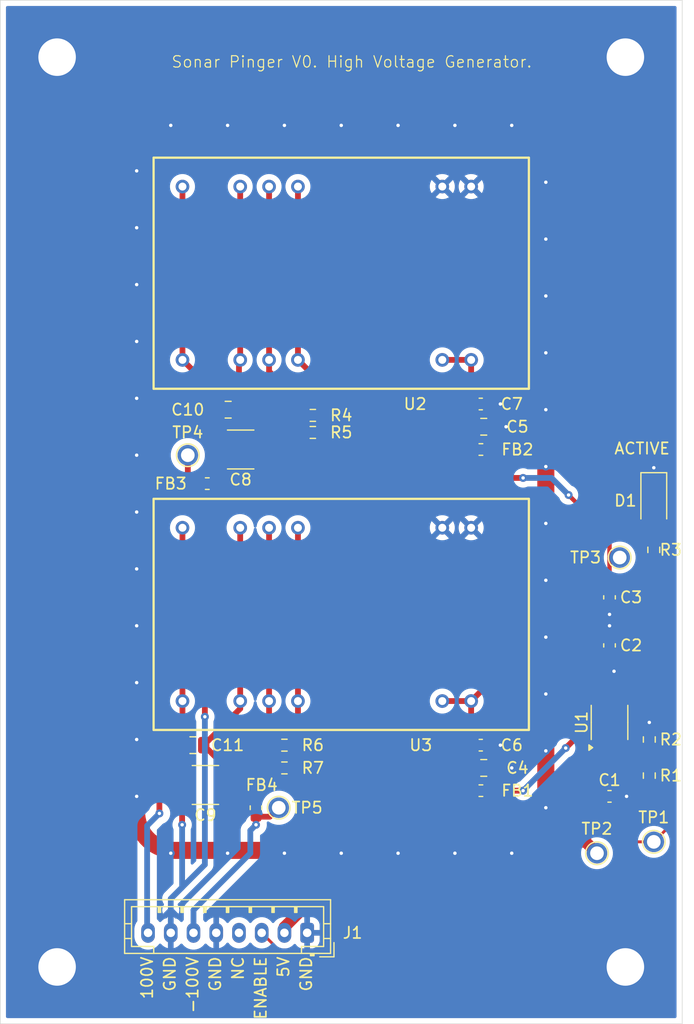
<source format=kicad_pcb>
(kicad_pcb (version 20241229) (generator "pcbnew") (generator_version "9.0")
  (layers (0 "F.Cu" signal) (2 "B.Cu" signal) (13 "F.Paste" user) (15 "B.Paste" user) (5 "F.SilkS" user "F.Silkscreen") (7 "B.SilkS" user "B.Silkscreen") (1 "F.Mask" user) (3 "B.Mask" user) (25 "Edge.Cuts" user))
  (net 0 "")
  (net 1 "GND1")
  (net 2 "+VIN")
  (net 3 "GND")
  (net 4 "+5V")
  (net 5 "VDC")
  (net 6 "/100V")
  (net 7 "/-100V")
  (net 9 "/ENABLE")
  (net 10 "Net-(R4-Pad1)")
  (net 11 "Net-(R4-Pad2)")
  (net 12 "Net-(U1-CT)")
  (net 13 "/+VO")
  (net 14 "/-VO")
  (net 15 "Net-(D1-A)")
  (net 16 "Net-(R6-Pad1)")
  (net 17 "Net-(R6-Pad2)")
  (footprint "Resistor_SMD:R_0603_1608Metric" (layer "F.Cu") (at 110 110.5)
    (property "Reference" "R6" (at 2.5 0 0) (layer "F.SilkS"))
    (property "Value" "1.5k")
    (fp_line (start -0.237258 -0.5225) (end 0.237258 -0.5225) (stroke (width 0.12)) (layer "F.SilkS"))
    (fp_line (start -0.237258 0.5225) (end 0.237258 0.5225) (stroke (width 0.12)) (layer "F.SilkS"))
    (pad "1" smd roundrect (at -0.825 0) (size 0.8 0.95) (layers "F.Cu" "F.Mask" "F.Paste") (net 16 "Net-(R6-Pad1)"))
    (pad "2" smd roundrect (at 0.825 0) (size 0.8 0.95) (layers "F.Cu" "F.Mask" "F.Paste") (net 17 "Net-(R6-Pad2)"))
  )
  (footprint "Resistor_SMD:R_0603_1608Metric" (layer "F.Cu") (at 142.104 113.175 -90)
    (property "Reference" "R1" (at 0 -1.896 180) (layer "F.SilkS"))
    (property "Value" "10K")
    (fp_line (start -0.237258 0.5225) (end 0.237258 0.5225) (stroke (width 0.12)) (layer "F.SilkS"))
    (fp_line (start -0.237258 -0.5225) (end 0.237258 -0.5225) (stroke (width 0.12)) (layer "F.SilkS"))
    (pad "1" smd roundrect (at -0.825 0 270) (size 0.8 0.95) (layers "F.Cu" "F.Mask" "F.Paste") (net 9 "/ENABLE"))
    (pad "2" smd roundrect (at 0.825 0 270) (size 0.8 0.95) (layers "F.Cu" "F.Mask" "F.Paste") (net 4 "+5V"))
  )
  (footprint "Inductor_SMD:L_0603_1608Metric" (layer "F.Cu") (at 103.2125 87.5 180)
    (property "Reference" "FB3" (at 3.2125 0 180) (layer "F.SilkS"))
    (property "Value" "FerriteBead")
    (fp_line (start -0.162779 0.51) (end 0.162779 0.51) (stroke (width 0.12)) (layer "F.SilkS"))
    (fp_line (start -0.162779 -0.51) (end 0.162779 -0.51) (stroke (width 0.12)) (layer "F.SilkS"))
    (pad "1" smd roundrect (at -0.7875 0 180) (size 0.875 0.95) (layers "F.Cu" "F.Mask" "F.Paste") (net 13 "/+VO"))
    (pad "2" smd roundrect (at 0.7875 0 180) (size 0.875 0.95) (layers "F.Cu" "F.Mask" "F.Paste") (net 6 "/100V"))
  )
  (footprint "Capacitor_SMD:C_0805_2012Metric_Pad1.18x1.45mm_HandSolder" (layer "F.Cu") (at 127.5375 112.5)
    (property "Reference" "C4" (at 2.9625 0 0) (layer "F.SilkS"))
    (property "Value" "10u")
    (fp_line (start -0.261252 -0.735) (end 0.261252 -0.735) (stroke (width 0.12)) (layer "F.SilkS"))
    (fp_line (start -0.261252 0.735) (end 0.261252 0.735) (stroke (width 0.12)) (layer "F.SilkS"))
    (pad "1" smd roundrect (at -1.0375 0) (size 1.175 1.45) (layers "F.Cu" "F.Mask" "F.Paste") (roundrect_rratio 0.212766) (net 2 "+VIN"))
    (pad "2" smd roundrect (at 1.0375 0) (size 1.175 1.45) (layers "F.Cu" "F.Mask" "F.Paste") (roundrect_rratio 0.212766) (net 3 "GND"))
  )
  (footprint "pd_footprints:TestPoint_THTPad_D1.8mm_Drill1.2mm" (layer "F.Cu") (at 137.5 120)
    (property "Reference" "TP2" (at 0 -2.148 0) (layer "F.SilkS"))
    (property "Value" "TestPoint")
    (fp_circle (center 0 0) (end 1 0) (stroke (width 0.12)) (fill no) (layer "F.SilkS"))
    (pad "1" thru_hole circle (at 0 0) (size 1.8 1.8) (drill 1.2) (layers "*.Cu" "*.Mask") (net 4 "+5V"))
  )
  (footprint "pd_footprints:Converter_DCDC_RECOM_RXX-B" (layer "F.Cu") (at 115 99 180)
    (property "Reference" "U3" (at -7 -11.5 0) (layer "F.SilkS"))
    (property "Value" "R05-100B" (hide yes))
    (fp_line (start 16.51 10.16) (end 16.51 -10.16) (stroke (width 0.2)) (layer "F.SilkS"))
    (fp_line (start 16.51 -10.16) (end -16.51 -10.16) (stroke (width 0.2)) (layer "F.SilkS"))
    (fp_line (start -16.51 10.16) (end 16.51 10.16) (stroke (width 0.2)) (layer "F.SilkS"))
    (fp_line (start -16.51 -10.16) (end -16.51 10.16) (stroke (width 0.2)) (layer "F.SilkS"))
    (pad "2" thru_hole circle (at -11.43 7.62 180) (size 1.2 1.2) (drill 0.7) (layers "*.Cu" "*.Mask") (net 3 "GND"))
    (pad "3" thru_hole circle (at -8.89 7.62 180) (size 1.2 1.2) (drill 0.7) (layers "*.Cu" "*.Mask") (net 3 "GND"))
    (pad "8" thru_hole circle (at 3.81 7.62 180) (size 1.2 1.2) (drill 0.7) (layers "*.Cu" "*.Mask") (net 17 "Net-(R6-Pad2)"))
    (pad "9" thru_hole circle (at 6.35 7.62 180) (size 1.2 1.2) (drill 0.7) (layers "*.Cu" "*.Mask") (net 16 "Net-(R6-Pad1)"))
    (pad "10" thru_hole circle (at 8.89 7.62 180) (size 1.2 1.2) (drill 0.7) (layers "*.Cu" "*.Mask") (net 14 "/-VO"))
    (pad "12" thru_hole circle (at 13.97 7.62 180) (size 1.2 1.2) (drill 0.7) (layers "*.Cu" "*.Mask") (net 1 "GND1"))
    (pad "13" thru_hole circle (at 13.97 -7.62 180) (size 1.2 1.2) (drill 0.7) (layers "*.Cu" "*.Mask") (net 1 "GND1"))
    (pad "15" thru_hole circle (at 8.89 -7.62 180) (size 1.2 1.2) (drill 0.7) (layers "*.Cu" "*.Mask") (net 14 "/-VO"))
    (pad "16" thru_hole circle (at 6.35 -7.62 180) (size 1.2 1.2) (drill 0.7) (layers "*.Cu" "*.Mask") (net 16 "Net-(R6-Pad1)"))
    (pad "17" thru_hole circle (at 3.81 -7.62 180) (size 1.2 1.2) (drill 0.7) (layers "*.Cu" "*.Mask") (net 17 "Net-(R6-Pad2)"))
    (pad "22" thru_hole circle (at -8.89 -7.62 180) (size 1.2 1.2) (drill 0.7) (layers "*.Cu" "*.Mask") (net 2 "+VIN"))
    (pad "23" thru_hole circle (at -11.43 -7.62 180) (size 1.2 1.2) (drill 0.7) (layers "*.Cu" "*.Mask") (net 2 "+VIN"))
  )
  (footprint "Inductor_SMD:L_0603_1608Metric" (layer "F.Cu") (at 127.2875 114.5 180)
    (property "Reference" "FB1" (at -3.2125 0 180) (layer "F.SilkS"))
    (property "Value" "FerriteBead")
    (fp_line (start -0.162779 0.51) (end 0.162779 0.51) (stroke (width 0.12)) (layer "F.SilkS"))
    (fp_line (start -0.162779 -0.51) (end 0.162779 -0.51) (stroke (width 0.12)) (layer "F.SilkS"))
    (pad "1" smd roundrect (at -0.7875 0 180) (size 0.875 0.95) (layers "F.Cu" "F.Mask" "F.Paste") (net 5 "VDC"))
    (pad "2" smd roundrect (at 0.7875 0 180) (size 0.875 0.95) (layers "F.Cu" "F.Mask" "F.Paste") (net 2 "+VIN"))
  )
  (footprint "LED_SMD:LED_1206_3216Metric_Pad1.42x1.75mm_HandSolder" (layer "F.Cu") (at 142.5 89 -90)
    (property "Reference" "D1" (at 0 2.5 180) (layer "F.SilkS"))
    (property "Value" "LED")
    (fp_line (start -2.46 1.135) (end 1.6 1.135) (stroke (width 0.12)) (layer "F.SilkS"))
    (fp_line (start -2.46 -1.135) (end -2.46 1.135) (stroke (width 0.12)) (layer "F.SilkS"))
    (fp_line (start 1.6 -1.135) (end -2.46 -1.135) (stroke (width 0.12)) (layer "F.SilkS"))
    (pad "1" smd roundrect (at -1.4875 0 270) (size 1.425 1.75) (layers "F.Cu" "F.Mask" "F.Paste") (roundrect_rratio 0.175439) (net 3 "GND"))
    (pad "2" smd roundrect (at 1.4875 0 270) (size 1.425 1.75) (layers "F.Cu" "F.Mask" "F.Paste") (roundrect_rratio 0.175439) (net 15 "Net-(D1-A)"))
  )
  (footprint "Capacitor_SMD:C_0603_1608Metric" (layer "F.Cu") (at 138.604 97.5 -90)
    (property "Reference" "C3" (at 0 -1.896 180) (layer "F.SilkS"))
    (property "Value" "0.1u")
    (fp_line (start -0.14058 0.51) (end 0.14058 0.51) (stroke (width 0.12)) (layer "F.SilkS"))
    (fp_line (start -0.14058 -0.51) (end 0.14058 -0.51) (stroke (width 0.12)) (layer "F.SilkS"))
    (pad "1" smd roundrect (at -0.775 0 270) (size 0.9 0.95) (layers "F.Cu" "F.Mask" "F.Paste") (net 5 "VDC"))
    (pad "2" smd roundrect (at 0.775 0 270) (size 0.9 0.95) (layers "F.Cu" "F.Mask" "F.Paste") (net 3 "GND"))
  )
  (footprint "pd_footprints:Converter_DCDC_RECOM_RXX-B" (layer "F.Cu") (at 115 69 180)
    (property "Reference" "U2" (at -6.5 -11.5 0) (layer "F.SilkS"))
    (property "Value" "R05-100B" (hide yes))
    (fp_line (start 16.51 10.16) (end 16.51 -10.16) (stroke (width 0.2)) (layer "F.SilkS"))
    (fp_line (start 16.51 -10.16) (end -16.51 -10.16) (stroke (width 0.2)) (layer "F.SilkS"))
    (fp_line (start -16.51 10.16) (end 16.51 10.16) (stroke (width 0.2)) (layer "F.SilkS"))
    (fp_line (start -16.51 -10.16) (end -16.51 10.16) (stroke (width 0.2)) (layer "F.SilkS"))
    (pad "2" thru_hole circle (at -11.43 7.62 180) (size 1.2 1.2) (drill 0.7) (layers "*.Cu" "*.Mask") (net 3 "GND"))
    (pad "3" thru_hole circle (at -8.89 7.62 180) (size 1.2 1.2) (drill 0.7) (layers "*.Cu" "*.Mask") (net 3 "GND"))
    (pad "8" thru_hole circle (at 3.81 7.62 180) (size 1.2 1.2) (drill 0.7) (layers "*.Cu" "*.Mask") (net 11 "Net-(R4-Pad2)"))
    (pad "9" thru_hole circle (at 6.35 7.62 180) (size 1.2 1.2) (drill 0.7) (layers "*.Cu" "*.Mask") (net 10 "Net-(R4-Pad1)"))
    (pad "10" thru_hole circle (at 8.89 7.62 180) (size 1.2 1.2) (drill 0.7) (layers "*.Cu" "*.Mask") (net 1 "GND1"))
    (pad "12" thru_hole circle (at 13.97 7.62 180) (size 1.2 1.2) (drill 0.7) (layers "*.Cu" "*.Mask") (net 13 "/+VO"))
    (pad "13" thru_hole circle (at 13.97 -7.62 180) (size 1.2 1.2) (drill 0.7) (layers "*.Cu" "*.Mask") (net 13 "/+VO"))
    (pad "15" thru_hole circle (at 8.89 -7.62 180) (size 1.2 1.2) (drill 0.7) (layers "*.Cu" "*.Mask") (net 1 "GND1"))
    (pad "16" thru_hole circle (at 6.35 -7.62 180) (size 1.2 1.2) (drill 0.7) (layers "*.Cu" "*.Mask") (net 10 "Net-(R4-Pad1)"))
    (pad "17" thru_hole circle (at 3.81 -7.62 180) (size 1.2 1.2) (drill 0.7) (layers "*.Cu" "*.Mask") (net 11 "Net-(R4-Pad2)"))
    (pad "22" thru_hole circle (at -8.89 -7.62 180) (size 1.2 1.2) (drill 0.7) (layers "*.Cu" "*.Mask") (net 2 "+VIN"))
    (pad "23" thru_hole circle (at -11.43 -7.62 180) (size 1.2 1.2) (drill 0.7) (layers "*.Cu" "*.Mask") (net 2 "+VIN"))
  )
  (footprint "Capacitor_SMD:C_0603_1608Metric" (layer "F.Cu") (at 138.604 101.725 90)
    (property "Reference" "C2" (at 0 1.896 0) (layer "F.SilkS"))
    (property "Value" "1n")
    (fp_line (start -0.14058 -0.51) (end 0.14058 -0.51) (stroke (width 0.12)) (layer "F.SilkS"))
    (fp_line (start -0.14058 0.51) (end 0.14058 0.51) (stroke (width 0.12)) (layer "F.SilkS"))
    (pad "1" smd roundrect (at -0.775 0 90) (size 0.9 0.95) (layers "F.Cu" "F.Mask" "F.Paste") (net 12 "Net-(U1-CT)"))
    (pad "2" smd roundrect (at 0.775 0 90) (size 0.9 0.95) (layers "F.Cu" "F.Mask" "F.Paste") (net 3 "GND"))
  )
  (footprint "pd_footprints:TestPoint_THTPad_D1.8mm_Drill1.2mm" (layer "F.Cu") (at 101.5 85)
    (property "Reference" "TP4" (at 0 -2 0) (layer "F.SilkS"))
    (property "Value" "TestPoint")
    (fp_circle (center 0 0) (end 1 0) (stroke (width 0.12)) (fill no) (layer "F.SilkS"))
    (pad "1" thru_hole circle (at 0 0) (size 1.8 1.8) (drill 1.2) (layers "*.Cu" "*.Mask") (net 6 "/100V"))
  )
  (footprint "Resistor_SMD:R_0603_1608Metric" (layer "F.Cu") (at 110 112.5 180)
    (property "Reference" "R7" (at -2.5 0 180) (layer "F.SilkS"))
    (property "Value" "3.6k")
    (fp_line (start -0.237258 0.5225) (end 0.237258 0.5225) (stroke (width 0.12)) (layer "F.SilkS"))
    (fp_line (start -0.237258 -0.5225) (end 0.237258 -0.5225) (stroke (width 0.12)) (layer "F.SilkS"))
    (pad "1" smd roundrect (at -0.825 0 180) (size 0.8 0.95) (layers "F.Cu" "F.Mask" "F.Paste") (net 17 "Net-(R6-Pad2)"))
    (pad "2" smd roundrect (at 0.825 0 180) (size 0.8 0.95) (layers "F.Cu" "F.Mask" "F.Paste") (net 14 "/-VO"))
  )
  (footprint "Inductor_SMD:L_0603_1608Metric" (layer "F.Cu") (at 107.5 116 -90)
    (property "Reference" "FB4" (at -2 -0.5 180) (layer "F.SilkS"))
    (property "Value" "FerriteBead")
    (fp_line (start -0.162779 0.51) (end 0.162779 0.51) (stroke (width 0.12)) (layer "F.SilkS"))
    (fp_line (start -0.162779 -0.51) (end 0.162779 -0.51) (stroke (width 0.12)) (layer "F.SilkS"))
    (pad "1" smd roundrect (at -0.7875 0 270) (size 0.875 0.95) (layers "F.Cu" "F.Mask" "F.Paste") (net 14 "/-VO"))
    (pad "2" smd roundrect (at 0.7875 0 270) (size 0.875 0.95) (layers "F.Cu" "F.Mask" "F.Paste") (net 7 "/-100V"))
  )
  (footprint "pd_footprints:TestPoint_THTPad_D1.8mm_Drill1.2mm" (layer "F.Cu") (at 109.5 116)
    (property "Reference" "TP5" (at 2.5 0 0) (layer "F.SilkS"))
    (property "Value" "TestPoint")
    (fp_circle (center 0 0) (end 1 0) (stroke (width 0.12)) (fill no) (layer "F.SilkS"))
    (pad "1" thru_hole circle (at 0 0) (size 1.8 1.8) (drill 1.2) (layers "*.Cu" "*.Mask") (net 7 "/-100V"))
  )
  (footprint "Capacitor_SMD:C_0805_2012Metric_Pad1.18x1.45mm_HandSolder" (layer "F.Cu") (at 127.5375 82.5)
    (property "Reference" "C5" (at 2.9625 0 0) (layer "F.SilkS"))
    (property "Value" "10u")
    (fp_line (start -0.261252 -0.735) (end 0.261252 -0.735) (stroke (width 0.12)) (layer "F.SilkS"))
    (fp_line (start -0.261252 0.735) (end 0.261252 0.735) (stroke (width 0.12)) (layer "F.SilkS"))
    (pad "1" smd roundrect (at -1.0375 0) (size 1.175 1.45) (layers "F.Cu" "F.Mask" "F.Paste") (roundrect_rratio 0.212766) (net 2 "+VIN"))
    (pad "2" smd roundrect (at 1.0375 0) (size 1.175 1.45) (layers "F.Cu" "F.Mask" "F.Paste") (roundrect_rratio 0.212766) (net 3 "GND"))
  )
  (footprint "pd_footprints:Shield_MS638-10F" (layer "F.Cu") (at 97 119.75 90)
    (property "Reference" "J2" (hide yes))
    (property "Value" "RFShield_TwoPieces" (hide yes))
    (pad "1" smd custom (at 0 7 90) (size 1.5 2) (layers "F.Cu" "F.Mask") (net 3 "GND") (options (clearance outline) (anchor rect)) (primitives (gr_line (start 0 -3.65) (end 0 25.65) (width 1.5)) (gr_arc (start 0 -3.65) (mid 0.981193 -6.018807) (end 3.35 -7) (width 1.5)) (gr_line (start 3.35 -7) (end 60.15 -7) (width 1.5)) (gr_arc (start 3.35 29) (mid 0.981192 28.018808) (end 0 25.65) (width 1.5)) (gr_line (start 60.15 29) (end 3.35 29) (width 1.5)) (gr_arc (start 60.15 -7) (mid 62.518808 -6.018808) (end 63.5 -3.65) (width 1.5)) (gr_line (start 63.5 25.65) (end 63.5 -3.65) (width 1.5)) (gr_arc (start 63.5 25.65) (mid 62.518808 28.018808) (end 60.15 29) (width 1.5))))
  )
  (footprint "Capacitor_SMD:C_1812_4532Metric" (layer "F.Cu") (at 106.15 84.5 180)
    (property "Reference" "C8" (at 0 -2.65 180) (layer "F.SilkS"))
    (property "Value" "1u")
    (fp_line (start -1.161252 1.71) (end 1.161252 1.71) (stroke (width 0.12)) (layer "F.SilkS"))
    (fp_line (start -1.161252 -1.71) (end 1.161252 -1.71) (stroke (width 0.12)) (layer "F.SilkS"))
    (pad "1" smd roundrect (at -2.05 0 180) (size 1.4 3.4) (layers "F.Cu" "F.Mask" "F.Paste") (roundrect_rratio 0.178571) (net 1 "GND1"))
    (pad "2" smd roundrect (at 2.05 0 180) (size 1.4 3.4) (layers "F.Cu" "F.Mask" "F.Paste") (roundrect_rratio 0.178571) (net 13 "/+VO"))
  )
  (footprint "Capacitor_SMD:C_0603_1608Metric" (layer "F.Cu") (at 138.604 115)
    (property "Reference" "C1" (at 0 -1.43 0) (layer "F.SilkS"))
    (property "Value" "0.1u")
    (fp_line (start -0.14058 -0.51) (end 0.14058 -0.51) (stroke (width 0.12)) (layer "F.SilkS"))
    (fp_line (start -0.14058 0.51) (end 0.14058 0.51) (stroke (width 0.12)) (layer "F.SilkS"))
    (pad "1" smd roundrect (at -0.775 0) (size 0.9 0.95) (layers "F.Cu" "F.Mask" "F.Paste") (net 4 "+5V"))
    (pad "2" smd roundrect (at 0.775 0) (size 0.9 0.95) (layers "F.Cu" "F.Mask" "F.Paste") (net 3 "GND"))
  )
  (footprint "Capacitor_SMD:C_0805_2012Metric" (layer "F.Cu") (at 105.05 81 180)
    (property "Reference" "C10" (at 3.55 0 180) (layer "F.SilkS"))
    (property "Value" "10n")
    (fp_line (start -0.261252 0.735) (end 0.261252 0.735) (stroke (width 0.12)) (layer "F.SilkS"))
    (fp_line (start -0.261252 -0.735) (end 0.261252 -0.735) (stroke (width 0.12)) (layer "F.SilkS"))
    (pad "1" smd roundrect (at -0.95 0 180) (size 1 1.45) (layers "F.Cu" "F.Mask" "F.Paste") (net 1 "GND1"))
    (pad "2" smd roundrect (at 0.95 0 180) (size 1 1.45) (layers "F.Cu" "F.Mask" "F.Paste") (net 13 "/+VO"))
  )
  (footprint "pd_footprints:TestPoint_THTPad_D1.8mm_Drill1.2mm" (layer "F.Cu") (at 139.5 94)
    (property "Reference" "TP3" (at -3 0 0) (layer "F.SilkS"))
    (property "Value" "TestPoint")
    (fp_circle (center 0 0) (end 1 0) (stroke (width 0.12)) (fill no) (layer "F.SilkS"))
    (pad "1" thru_hole circle (at 0 0) (size 1.8 1.8) (drill 1.2) (layers "*.Cu" "*.Mask") (net 5 "VDC"))
  )
  (footprint "Capacitor_SMD:C_1812_4532Metric" (layer "F.Cu") (at 103.05 114 180)
    (property "Reference" "C9" (at 0 -2.65 180) (layer "F.SilkS"))
    (property "Value" "1u")
    (fp_line (start -1.161252 1.71) (end 1.161252 1.71) (stroke (width 0.12)) (layer "F.SilkS"))
    (fp_line (start -1.161252 -1.71) (end 1.161252 -1.71) (stroke (width 0.12)) (layer "F.SilkS"))
    (pad "1" smd roundrect (at -2.05 0 180) (size 1.4 3.4) (layers "F.Cu" "F.Mask" "F.Paste") (roundrect_rratio 0.178571) (net 14 "/-VO"))
    (pad "2" smd roundrect (at 2.05 0 180) (size 1.4 3.4) (layers "F.Cu" "F.Mask" "F.Paste") (roundrect_rratio 0.178571) (net 1 "GND1"))
  )
  (footprint "Capacitor_SMD:C_0805_2012Metric" (layer "F.Cu") (at 101.95 110.5 180)
    (property "Reference" "C11" (at -3.05 0 180) (layer "F.SilkS"))
    (property "Value" "10n")
    (fp_line (start -0.261252 0.735) (end 0.261252 0.735) (stroke (width 0.12)) (layer "F.SilkS"))
    (fp_line (start -0.261252 -0.735) (end 0.261252 -0.735) (stroke (width 0.12)) (layer "F.SilkS"))
    (pad "1" smd roundrect (at -0.95 0 180) (size 1 1.45) (layers "F.Cu" "F.Mask" "F.Paste") (net 14 "/-VO"))
    (pad "2" smd roundrect (at 0.95 0 180) (size 1 1.45) (layers "F.Cu" "F.Mask" "F.Paste") (net 1 "GND1"))
  )
  (footprint "Resistor_SMD:R_0603_1608Metric" (layer "F.Cu") (at 112.5 83 180)
    (property "Reference" "R5" (at -2.5 0 180) (layer "F.SilkS"))
    (property "Value" "3.6k")
    (fp_line (start -0.237258 0.5225) (end 0.237258 0.5225) (stroke (width 0.12)) (layer "F.SilkS"))
    (fp_line (start -0.237258 -0.5225) (end 0.237258 -0.5225) (stroke (width 0.12)) (layer "F.SilkS"))
    (pad "1" smd roundrect (at -0.825 0 180) (size 0.8 0.95) (layers "F.Cu" "F.Mask" "F.Paste") (net 11 "Net-(R4-Pad2)"))
    (pad "2" smd roundrect (at 0.825 0 180) (size 0.8 0.95) (layers "F.Cu" "F.Mask" "F.Paste") (net 1 "GND1"))
  )
  (footprint "Resistor_SMD:R_0603_1608Metric" (layer "F.Cu") (at 112.5 81.5)
    (property "Reference" "R4" (at 2.5 0 0) (layer "F.SilkS"))
    (property "Value" "1.5k")
    (fp_line (start -0.237258 -0.5225) (end 0.237258 -0.5225) (stroke (width 0.12)) (layer "F.SilkS"))
    (fp_line (start -0.237258 0.5225) (end 0.237258 0.5225) (stroke (width 0.12)) (layer "F.SilkS"))
    (pad "1" smd roundrect (at -0.825 0) (size 0.8 0.95) (layers "F.Cu" "F.Mask" "F.Paste") (net 10 "Net-(R4-Pad1)"))
    (pad "2" smd roundrect (at 0.825 0) (size 0.8 0.95) (layers "F.Cu" "F.Mask" "F.Paste") (net 11 "Net-(R4-Pad2)"))
  )
  (footprint "Package_SO:VSSOP-8_3x3mm_P0.65mm" (layer "F.Cu") (at 138.604 108.5 90)
    (property "Reference" "U1" (at 0 -2.45 90) (layer "F.SilkS"))
    (property "Value" "TPS22958")
    (fp_line (start 0 -1.61) (end 1.5 -1.61) (stroke (width 0.12)) (layer "F.SilkS"))
    (fp_line (start 0 -1.61) (end -1.5 -1.61) (stroke (width 0.12)) (layer "F.SilkS"))
    (fp_line (start 0 1.61) (end 1.5 1.61) (stroke (width 0.12)) (layer "F.SilkS"))
    (fp_line (start 0 1.61) (end -1.5 1.61) (stroke (width 0.12)) (layer "F.SilkS"))
    (fp_poly (pts (xy -2.2125 -1.485) (xy -2.4525 -1.815) (xy -1.9725 -1.815)) (stroke (width 0.12)) (fill yes) (layer "F.SilkS"))
    (pad "1" smd roundrect (at -2.1125 -0.975 90) (size 1.625 0.5) (layers "F.Cu" "F.Mask" "F.Paste") (net 4 "+5V"))
    (pad "2" smd roundrect (at -2.1125 -0.325 90) (size 1.625 0.5) (layers "F.Cu" "F.Mask" "F.Paste") (net 9 "/ENABLE"))
    (pad "3" smd roundrect (at -2.1125 0.325 90) (size 1.625 0.5) (layers "F.Cu" "F.Mask" "F.Paste") (net 4 "+5V"))
    (pad "4" smd roundrect (at -2.1125 0.975 90) (size 1.625 0.5) (layers "F.Cu" "F.Mask" "F.Paste") (net 4 "+5V"))
    (pad "5" smd roundrect (at 2.1125 0.975 90) (size 1.625 0.5) (layers "F.Cu" "F.Mask" "F.Paste") (net 5 "VDC"))
    (pad "6" smd roundrect (at 2.1125 0.325 90) (size 1.625 0.5) (layers "F.Cu" "F.Mask" "F.Paste") (net 3 "GND"))
    (pad "7" smd roundrect (at 2.1125 -0.325 90) (size 1.625 0.5) (layers "F.Cu" "F.Mask" "F.Paste") (net 12 "Net-(U1-CT)"))
    (pad "8" smd roundrect (at 2.1125 -0.975 90) (size 1.625 0.5) (layers "F.Cu" "F.Mask" "F.Paste") (net 5 "VDC"))
  )
  (footprint "Resistor_SMD:R_0603_1608Metric" (layer "F.Cu") (at 142.104 110 -90)
    (property "Reference" "R2" (at 0 -1.896 180) (layer "F.SilkS"))
    (property "Value" "10K")
    (fp_line (start -0.237258 0.5225) (end 0.237258 0.5225) (stroke (width 0.12)) (layer "F.SilkS"))
    (fp_line (start -0.237258 -0.5225) (end 0.237258 -0.5225) (stroke (width 0.12)) (layer "F.SilkS"))
    (pad "1" smd roundrect (at -0.825 0 270) (size 0.8 0.95) (layers "F.Cu" "F.Mask" "F.Paste") (net 3 "GND"))
    (pad "2" smd roundrect (at 0.825 0 270) (size 0.8 0.95) (layers "F.Cu" "F.Mask" "F.Paste") (net 9 "/ENABLE"))
  )
  (footprint "Capacitor_SMD:C_0603_1608Metric" (layer "F.Cu") (at 127.275 80.5)
    (property "Reference" "C7" (at 2.725 0 0) (layer "F.SilkS"))
    (property "Value" "0.1u")
    (fp_line (start -0.14058 -0.51) (end 0.14058 -0.51) (stroke (width 0.12)) (layer "F.SilkS"))
    (fp_line (start -0.14058 0.51) (end 0.14058 0.51) (stroke (width 0.12)) (layer "F.SilkS"))
    (pad "1" smd roundrect (at -0.775 0) (size 0.9 0.95) (layers "F.Cu" "F.Mask" "F.Paste") (net 2 "+VIN"))
    (pad "2" smd roundrect (at 0.775 0) (size 0.9 0.95) (layers "F.Cu" "F.Mask" "F.Paste") (net 3 "GND"))
  )
  (footprint "Connector_JST:JST_PH_B8B-PH-K_1x08_P2.00mm_Vertical" (layer "F.Cu") (at 112 127 180)
    (property "Reference" "J1" (at -4 0 0) (layer "F.SilkS"))
    (property "Value" "Conn_01x08")
    (fp_line (start 16.06 2.91) (end 16.06 -1.81) (stroke (width 0.12)) (layer "F.SilkS"))
    (fp_line (start 16.06 0.8) (end 15.45 0.8) (stroke (width 0.12)) (layer "F.SilkS"))
    (fp_line (start 16.06 -0.5) (end 15.45 -0.5) (stroke (width 0.12)) (layer "F.SilkS"))
    (fp_line (start 16.06 -1.81) (end -2.06 -1.81) (stroke (width 0.12)) (layer "F.SilkS"))
    (fp_line (start 15.45 2.3) (end 15.45 -1.2) (stroke (width 0.12)) (layer "F.SilkS"))
    (fp_line (start 15.45 -1.2) (end 13.5 -1.2) (stroke (width 0.12)) (layer "F.SilkS"))
    (fp_line (start 13.5 -1.2) (end 13.5 -1.81) (stroke (width 0.12)) (layer "F.SilkS"))
    (fp_line (start 13.1 1.8) (end 13.1 2.3) (stroke (width 0.12)) (layer "F.SilkS"))
    (fp_line (start 13 2.3) (end 13 1.8) (stroke (width 0.12)) (layer "F.SilkS"))
    (fp_line (start 12.9 2.3) (end 12.9 1.8) (stroke (width 0.12)) (layer "F.SilkS"))
    (fp_line (start 12.9 1.8) (end 13.1 1.8) (stroke (width 0.12)) (layer "F.SilkS"))
    (fp_line (start 11.1 1.8) (end 11.1 2.3) (stroke (width 0.12)) (layer "F.SilkS"))
    (fp_line (start 11 2.3) (end 11 1.8) (stroke (width 0.12)) (layer "F.SilkS"))
    (fp_line (start 10.9 2.3) (end 10.9 1.8) (stroke (width 0.12)) (layer "F.SilkS"))
    (fp_line (start 10.9 1.8) (end 11.1 1.8) (stroke (width 0.12)) (layer "F.SilkS"))
    (fp_line (start 9.1 1.8) (end 9.1 2.3) (stroke (width 0.12)) (layer "F.SilkS"))
    (fp_line (start 9 2.3) (end 9 1.8) (stroke (width 0.12)) (layer "F.SilkS"))
    (fp_line (start 8.9 2.3) (end 8.9 1.8) (stroke (width 0.12)) (layer "F.SilkS"))
    (fp_line (start 8.9 1.8) (end 9.1 1.8) (stroke (width 0.12)) (layer "F.SilkS"))
    (fp_line (start 7.1 1.8) (end 7.1 2.3) (stroke (width 0.12)) (layer "F.SilkS"))
    (fp_line (start 7 2.3) (end 7 1.8) (stroke (width 0.12)) (layer "F.SilkS"))
    (fp_line (start 6.9 2.3) (end 6.9 1.8) (stroke (width 0.12)) (layer "F.SilkS"))
    (fp_line (start 6.9 1.8) (end 7.1 1.8) (stroke (width 0.12)) (layer "F.SilkS"))
    (fp_line (start 5.1 1.8) (end 5.1 2.3) (stroke (width 0.12)) (layer "F.SilkS"))
    (fp_line (start 5 2.3) (end 5 1.8) (stroke (width 0.12)) (layer "F.SilkS"))
    (fp_line (start 4.9 2.3) (end 4.9 1.8) (stroke (width 0.12)) (layer "F.SilkS"))
    (fp_line (start 4.9 1.8) (end 5.1 1.8) (stroke (width 0.12)) (layer "F.SilkS"))
    (fp_line (start 3.1 1.8) (end 3.1 2.3) (stroke (width 0.12)) (layer "F.SilkS"))
    (fp_line (start 3 2.3) (end 3 1.8) (stroke (width 0.12)) (layer "F.SilkS"))
    (fp_line (start 2.9 2.3) (end 2.9 1.8) (stroke (width 0.12)) (layer "F.SilkS"))
    (fp_line (start 2.9 1.8) (end 3.1 1.8) (stroke (width 0.12)) (layer "F.SilkS"))
    (fp_line (start 1.1 1.8) (end 1.1 2.3) (stroke (width 0.12)) (layer "F.SilkS"))
    (fp_line (start 1 2.3) (end 1 1.8) (stroke (width 0.12)) (layer "F.SilkS"))
    (fp_line (start 0.9 2.3) (end 0.9 1.8) (stroke (width 0.12)) (layer "F.SilkS"))
    (fp_line (start 0.9 1.8) (end 1.1 1.8) (stroke (width 0.12)) (layer "F.SilkS"))
    (fp_line (start 0.5 -1.2) (end -1.45 -1.2) (stroke (width 0.12)) (layer "F.SilkS"))
    (fp_line (start 0.5 -1.81) (end 0.5 -1.2) (stroke (width 0.12)) (layer "F.SilkS"))
    (fp_line (start -0.3 -1.81) (end -0.3 -2.01) (stroke (width 0.12)) (layer "F.SilkS"))
    (fp_line (start -0.3 -1.91) (end -0.6 -1.91) (stroke (width 0.12)) (layer "F.SilkS"))
    (fp_line (start -0.3 -2.01) (end -0.6 -2.01) (stroke (width 0.12)) (layer "F.SilkS"))
    (fp_line (start -0.6 -2.01) (end -0.6 -1.81) (stroke (width 0.12)) (layer "F.SilkS"))
    (fp_line (start -1.11 -2.11) (end -2.36 -2.11) (stroke (width 0.12)) (layer "F.SilkS"))
    (fp_line (start -1.45 2.3) (end 15.45 2.3) (stroke (width 0.12)) (layer "F.SilkS"))
    (fp_line (start -1.45 -1.2) (end -1.45 2.3) (stroke (width 0.12)) (layer "F.SilkS"))
    (fp_line (start -2.06 2.91) (end 16.06 2.91) (stroke (width 0.12)) (layer "F.SilkS"))
    (fp_line (start -2.06 0.8) (end -1.45 0.8) (stroke (width 0.12)) (layer "F.SilkS"))
    (fp_line (start -2.06 -0.5) (end -1.45 -0.5) (stroke (width 0.12)) (layer "F.SilkS"))
    (fp_line (start -2.06 -1.81) (end -2.06 2.91) (stroke (width 0.12)) (layer "F.SilkS"))
    (fp_line (start -2.36 -2.11) (end -2.36 -0.86) (stroke (width 0.12)) (layer "F.SilkS"))
    (pad "1" thru_hole roundrect (at 0 0 180) (size 1.2 1.75) (drill 0.75) (layers "*.Cu" "*.Mask") (roundrect_rratio 0.208333) (net 3 "GND"))
    (pad "2" thru_hole oval (at 2 0 180) (size 1.2 1.75) (drill 0.75) (layers "*.Cu" "*.Mask") (net 4 "+5V"))
    (pad "3" thru_hole oval (at 4 0 180) (size 1.2 1.75) (drill 0.75) (layers "*.Cu" "*.Mask") (net 9 "/ENABLE"))
    (pad "4" thru_hole oval (at 6 0 180) (size 1.2 1.75) (drill 0.75) (layers "*.Cu" "*.Mask"))
    (pad "5" thru_hole oval (at 8 0 180) (size 1.2 1.75) (drill 0.75) (layers "*.Cu" "*.Mask") (net 3 "GND"))
    (pad "6" thru_hole oval (at 10 0 180) (size 1.2 1.75) (drill 0.75) (layers "*.Cu" "*.Mask") (net 7 "/-100V"))
    (pad "7" thru_hole oval (at 12 0 180) (size 1.2 1.75) (drill 0.75) (layers "*.Cu" "*.Mask") (net 3 "GND"))
    (pad "8" thru_hole oval (at 14 0 180) (size 1.2 1.75) (drill 0.75) (layers "*.Cu" "*.Mask") (net 6 "/100V"))
  )
  (footprint "Inductor_SMD:L_0603_1608Metric" (layer "F.Cu") (at 127.2875 84.5 180)
    (property "Reference" "FB2" (at -3.2125 0 180) (layer "F.SilkS"))
    (property "Value" "FerriteBead")
    (fp_line (start -0.162779 0.51) (end 0.162779 0.51) (stroke (width 0.12)) (layer "F.SilkS"))
    (fp_line (start -0.162779 -0.51) (end 0.162779 -0.51) (stroke (width 0.12)) (layer "F.SilkS"))
    (pad "1" smd roundrect (at -0.7875 0 180) (size 0.875 0.95) (layers "F.Cu" "F.Mask" "F.Paste") (net 5 "VDC"))
    (pad "2" smd roundrect (at 0.7875 0 180) (size 0.875 0.95) (layers "F.Cu" "F.Mask" "F.Paste") (net 2 "+VIN"))
  )
  (footprint "Resistor_SMD:R_0603_1608Metric" (layer "F.Cu") (at 142.5 93.325 -90)
    (property "Reference" "R3" (at 0 -1.5 180) (layer "F.SilkS"))
    (property "Value" "120")
    (fp_line (start -0.237258 0.5225) (end 0.237258 0.5225) (stroke (width 0.12)) (layer "F.SilkS"))
    (fp_line (start -0.237258 -0.5225) (end 0.237258 -0.5225) (stroke (width 0.12)) (layer "F.SilkS"))
    (pad "1" smd roundrect (at -0.825 0 270) (size 0.8 0.95) (layers "F.Cu" "F.Mask" "F.Paste") (net 15 "Net-(D1-A)"))
    (pad "2" smd roundrect (at 0.825 0 270) (size 0.8 0.95) (layers "F.Cu" "F.Mask" "F.Paste") (net 5 "VDC"))
  )
  (footprint "Capacitor_SMD:C_0603_1608Metric" (layer "F.Cu") (at 127.275 110.5)
    (property "Reference" "C6" (at 2.725 0 0) (layer "F.SilkS"))
    (property "Value" "0.1u")
    (fp_line (start -0.14058 -0.51) (end 0.14058 -0.51) (stroke (width 0.12)) (layer "F.SilkS"))
    (fp_line (start -0.14058 0.51) (end 0.14058 0.51) (stroke (width 0.12)) (layer "F.SilkS"))
    (pad "1" smd roundrect (at -0.775 0) (size 0.9 0.95) (layers "F.Cu" "F.Mask" "F.Paste") (net 2 "+VIN"))
    (pad "2" smd roundrect (at 0.775 0) (size 0.9 0.95) (layers "F.Cu" "F.Mask" "F.Paste") (net 3 "GND"))
  )
  (footprint "pd_footprints:TestPoint_THTPad_D1.8mm_Drill1.2mm" (layer "F.Cu") (at 142.5 119)
    (property "Reference" "TP1" (at 0 -2.148 0) (layer "F.SilkS"))
    (property "Value" "TestPoint")
    (fp_circle (center 0 0) (end 1 0) (stroke (width 0.12)) (fill no) (layer "F.SilkS"))
    (pad "1" thru_hole circle (at 0 0) (size 1.8 1.8) (drill 1.2) (layers "*.Cu" "*.Mask") (net 9 "/ENABLE"))
  )
  (footprint "NetTie:NetTie-2_SMD_Pad0.5mm" (layer "B.Cu") (at 100 124.5 90)
    (property "Reference" "NT1" (hide yes))
    (property "Value" "NetTie_2" (hide yes))
    (fp_poly (pts (xy -0.5 0.25) (xy 0.5 0.25) (xy 0.5 -0.25) (xy -0.5 -0.25)) (fill yes) (layer "B.Cu"))
    (pad "1" smd circle (at -0.5 0 90) (size 0.5 0.5) (layers "B.Cu") (net 3 "GND"))
    (pad "2" smd circle (at 0.5 0 90) (size 0.5 0.5) (layers "B.Cu") (net 1 "GND1"))
  )
  (gr_line (start 85 45) (end 145 45) (stroke (width 0.05)) (layer "Edge.Cuts"))
  (gr_line (start 145 45) (end 145 135) (stroke (width 0.05)) (layer "Edge.Cuts"))
  (gr_line (start 85 135) (end 85 45) (stroke (width 0.05)) (layer "Edge.Cuts"))
  (gr_line (start 145 135) (end 85 135) (stroke (width 0.05)) (layer "Edge.Cuts"))
  (gr_text "Sonar Pinger V0. High Voltage Generator." (at 100 51 0) (layer "F.SilkS") (effects (font (size 1 1) (thickness 0.1)) (justify left bottom)))
  (gr_text "ENABLE" (at 108.5 129 90) (layer "F.SilkS") (effects (font (size 1 1)) (justify right bottom)))
  (gr_text "NC" (at 106.5 129 90) (layer "F.SilkS") (effects (font (size 1 1)) (justify right bottom)))
  (gr_text "GND" (at 100.5 129 90) (layer "F.SilkS") (effects (font (size 1 1)) (justify right bottom)))
  (gr_text "100V" (at 98.5 129 90) (layer "F.SilkS") (effects (font (size 1 1)) (justify right bottom)))
  (gr_text "GND" (at 112.5 129 90) (layer "F.SilkS") (effects (font (size 1 1)) (justify right bottom)))
  (gr_text "5V" (at 110.5 129 90) (layer "F.SilkS") (effects (font (size 1 1)) (justify right bottom)))
  (gr_text "GND" (at 104.5 129 90) (layer "F.SilkS") (effects (font (size 1 1)) (justify right bottom)))
  (gr_text "ACTIVE" (at 144 85 0) (layer "F.SilkS") (effects (font (size 1 1)) (justify right bottom)))
  (gr_text "-100V" (at 102.5 129 90) (layer "F.SilkS") (effects (font (size 1 1)) (justify right bottom)))
  (segment (start 109.7 83) (end 108.2 84.5) (width 0.508) (layer "F.Cu") (net 1))
  (segment (start 103 108) (end 103 91.399999) (width 0.508) (layer "F.Cu") (net 1))
  (segment (start 106 76.73) (end 106.11 76.62) (width 0.508) (layer "F.Cu") (net 1))
  (segment (start 101.03 91.38) (end 101.03 106.62) (width 0.508) (layer "F.Cu") (net 1))
  (segment (start 101.03 113.97) (end 101 114) (width 0.508) (layer "F.Cu") (net 1))
  (segment (start 106 81) (end 106 76.73) (width 0.508) (layer "F.Cu") (net 1))
  (segment (start 108.2 83.2) (end 106 81) (width 0.508) (layer "F.Cu") (net 1))
  (segment (start 106.11 61.38) (end 106.11 76.62) (width 0.508) (layer "F.Cu") (net 1))
  (segment (start 103 91.399999) (end 108.2 86.199999) (width 0.508) (layer "F.Cu") (net 1))
  (segment (start 108.2 84.5) (end 108.2 83.2) (width 0.508) (layer "F.Cu") (net 1))
  (segment (start 101 114) (end 101 117.5) (width 0.508) (layer "F.Cu") (net 1))
  (segment (start 101.03 106.62) (end 101.03 113.97) (width 0.508) (layer "F.Cu") (net 1))
  (segment (start 108.2 86.199999) (end 108.2 84.5) (width 0.508) (layer "F.Cu") (net 1))
  (segment (start 111.675 83) (end 109.7 83) (width 0.508) (layer "F.Cu") (net 1))
  (via (at 103 108) (size 0.7) (drill 0.3) (layers "F.Cu" "B.Cu") (net 1))
  (via (at 101 117.5) (size 0.7) (drill 0.3) (layers "F.Cu" "B.Cu") (net 1))
  (segment (start 101 123) (end 100 124) (width 0.508) (layer "B.Cu") (net 1))
  (segment (start 103 108) (end 103 121) (width 0.508) (layer "B.Cu") (net 1))
  (segment (start 103 121) (end 100 124) (width 0.508) (layer "B.Cu") (net 1))
  (segment (start 101 117.5) (end 101 123) (width 0.508) (layer "B.Cu") (net 1))
  (segment (start 123.89 76.62) (end 126.43 76.62) (width 0.508) (layer "F.Cu") (net 2))
  (segment (start 126.43 106.62) (end 126.43 114.43) (width 0.508) (layer "F.Cu") (net 2))
  (segment (start 126.43 76.62) (end 126.43 84.43) (width 0.508) (layer "F.Cu") (net 2))
  (segment (start 126.5 87.5) (end 128.5 89.5) (width 0.508) (layer "F.Cu") (net 2))
  (segment (start 128.5 104.55) (end 126.43 106.62) (width 0.508) (layer "F.Cu") (net 2))
  (segment (start 128.5 89.5) (end 128.5 104.55) (width 0.508) (layer "F.Cu") (net 2))
  (segment (start 126.43 84.43) (end 126.5 84.5) (width 0.508) (layer "F.Cu") (net 2))
  (segment (start 123.89 106.62) (end 126.43 106.62) (width 0.508) (layer "F.Cu") (net 2))
  (segment (start 126.5 84.5) (end 126.5 87.5) (width 0.508) (layer "F.Cu") (net 2))
  (segment (start 126.43 114.43) (end 126.5 114.5) (width 0.508) (layer "F.Cu") (net 2))
  (segment (start 128.05 80.5) (end 129 80.5) (width 0.508) (layer "F.Cu") (net 3))
  (segment (start 128.575 112.5) (end 130 112.5) (width 0.508) (layer "F.Cu") (net 3))
  (segment (start 128.05 110.5) (end 129 110.5) (width 0.508) (layer "F.Cu") (net 3))
  (segment (start 138.929 104.071) (end 138.929 106.3) (width 0.381) (layer "F.Cu") (net 3))
  (segment (start 128.575 82.5) (end 129.5 82.5) (width 0.508) (layer "F.Cu") (net 3))
  (segment (start 142.104 109.175) (end 142.104 108.5) (width 0.254) (layer "F.Cu") (net 3))
  (segment (start 138.604 98.275) (end 138.604 99) (width 0.381) (layer "F.Cu") (net 3))
  (segment (start 138.604 100.95) (end 138.604 100) (width 0.381) (layer "F.Cu") (net 3))
  (segment (start 142.5 87.5125) (end 142.5 86.104) (width 0.254) (layer "F.Cu") (net 3))
  (segment (start 139.379 115) (end 140.104 115) (width 0.254) (layer "F.Cu") (net 3))
  (segment (start 139 104) (end 138.929 104.071) (width 0.381) (layer "F.Cu") (net 3))
  (via (at 138.604 100) (size 0.7) (drill 0.3) (layers "F.Cu" "B.Cu") (net 3))
  (via (at 97 115) (size 0.7) (drill 0.3) (layers "F.Cu" "B.Cu") (net 3))
  (via (at 140 130) (size 6) (drill 3.3) (layers "F.Cu" "B.Cu") (net 3))
  (via (at 133 66) (size 0.7) (drill 0.3) (layers "F.Cu" "B.Cu") (net 3))
  (via (at 130 120) (size 0.7) (drill 0.3) (layers "F.Cu" "B.Cu") (net 3))
  (via (at 142.5 86.104) (size 0.7) (drill 0.3) (layers "F.Cu" "B.Cu") (net 3))
  (via (at 90 50) (size 6) (drill 3.3) (layers "F.Cu" "B.Cu") (net 3))
  (via (at 115 56) (size 0.7) (drill 0.3) (layers "F.Cu" "B.Cu") (net 3))
  (via (at 97 80) (size 0.7) (drill 0.3) (layers "F.Cu" "B.Cu") (net 3))
  (via (at 133 86) (size 0.7) (drill 0.3) (layers "F.Cu" "B.Cu") (net 3))
  (via (at 97 75) (size 0.7) (drill 0.3) (layers "F.Cu" "B.Cu") (net 3))
  (via (at 100 120) (size 0.7) (drill 0.3) (layers "F.Cu" "B.Cu") (net 3))
  (via (at 138.604 99) (size 0.7) (drill 0.3) (layers "F.Cu" "B.Cu") (net 3))
  (via (at 129 80.5) (size 0.7) (drill 0.3) (layers "F.Cu" "B.Cu") (net 3))
  (via (at 140.104 115) (size 0.7) (drill 0.3) (layers "F.Cu" "B.Cu") (net 3))
  (via (at 120 120) (size 0.7) (drill 0.3) (layers "F.Cu" "B.Cu") (net 3))
  (via (at 97 105) (size 0.7) (drill 0.3) (layers "F.Cu" "B.Cu") (net 3))
  (via (at 97 85) (size 0.7) (drill 0.3) (layers "F.Cu" "B.Cu") (net 3))
  (via (at 129 110.5) (size 0.7) (drill 0.3) (layers "F.Cu" "B.Cu") (net 3))
  (via (at 133 96) (size 0.7) (drill 0.3) (layers "F.Cu" "B.Cu") (net 3))
  (via (at 90 130) (size 6) (drill 3.3) (layers "F.Cu" "B.Cu") (net 3))
  (via (at 97 70) (size 0.7) (drill 0.3) (layers "F.Cu" "B.Cu") (net 3))
  (via (at 97 60) (size 0.7) (drill 0.3) (layers "F.Cu" "B.Cu") (net 3))
  (via (at 133 106) (size 0.7) (drill 0.3) (layers "F.Cu" "B.Cu") (net 3))
  (via (at 115 120) (size 0.7) (drill 0.3) (layers "F.Cu" "B.Cu") (net 3))
  (via (at 130 56) (size 0.7) (drill 0.3) (layers "F.Cu" "B.Cu") (net 3))
  (via (at 97 110) (size 0.7) (drill 0.3) (layers "F.Cu" "B.Cu") (net 3))
  (via (at 110 56) (size 0.7) (drill 0.3) (layers "F.Cu" "B.Cu") (net 3))
  (via (at 142.104 108.5) (size 0.7) (drill 0.3) (layers "F.Cu" "B.Cu") (net 3))
  (via (at 125 120) (size 0.7) (drill 0.3) (layers "F.Cu" "B.Cu") (net 3))
  (via (at 125 56) (size 0.7) (drill 0.3) (layers "F.Cu" "B.Cu") (net 3))
  (via (at 97 65) (size 0.7) (drill 0.3) (layers "F.Cu" "B.Cu") (net 3))
  (via (at 105 56) (size 0.7) (drill 0.3) (layers "F.Cu" "B.Cu") (net 3))
  (via (at 133 71) (size 0.7) (drill 0.3) (layers "F.Cu" "B.Cu") (net 3))
  (via (at 130 112.5) (size 0.7) (drill 0.3) (layers "F.Cu" "B.Cu") (net 3))
  (via (at 133 91) (size 0.7) (drill 0.3) (layers "F.Cu" "B.Cu") (net 3))
  (via (at 133 61) (size 0.7) (drill 0.3) (layers "F.Cu" "B.Cu") (net 3))
  (via (at 133 81) (size 0.7) (drill 0.3) (layers "F.Cu" "B.Cu") (net 3))
  (via (at 120 56) (size 0.7) (drill 0.3) (layers "F.Cu" "B.Cu") (net 3))
  (via (at 105 120) (size 0.7) (drill 0.3) (layers "F.Cu" "B.Cu") (net 3))
  (via (at 133 76) (size 0.7) (drill 0.3) (layers "F.Cu" "B.Cu") (net 3))
  (via (at 97 95) (size 0.7) (drill 0.3) (layers "F.Cu" "B.Cu") (net 3))
  (via (at 140 50) (size 6) (drill 3.3) (layers "F.Cu" "B.Cu") (net 3))
  (via (at 97 100) (size 0.7) (drill 0.3) (layers "F.Cu" "B.Cu") (net 3))
  (via (at 133 116) (size 0.7) (drill 0.3) (layers "F.Cu" "B.Cu") (net 3))
  (via (at 100 56) (size 0.7) (drill 0.3) (layers "F.Cu" "B.Cu") (net 3))
  (via (at 97 90) (size 0.7) (drill 0.3) (layers "F.Cu" "B.Cu") (net 3))
  (via (at 133 101) (size 0.7) (drill 0.3) (layers "F.Cu" "B.Cu") (net 3))
  (via (at 110 120) (size 0.7) (drill 0.3) (layers "F.Cu" "B.Cu") (net 3))
  (via (at 139 104) (size 0.7) (drill 0.3) (layers "F.Cu" "B.Cu") (net 3))
  (via (at 133 111) (size 0.7) (drill 0.3) (layers "F.Cu" "B.Cu") (net 3))
  (via (at 129.5 82.5) (size 0.7) (drill 0.3) (layers "F.Cu" "B.Cu") (net 3))
  (segment (start 100 125) (end 100 127) (width 0.508) (layer "B.Cu") (net 3))
  (segment (start 138.3665 112.7625) (end 137.629 113.5) (width 0.254) (layer "F.Cu") (net 4))
  (segment (start 130.5 124.5) (end 112 124.5) (width 1.016) (layer "F.Cu") (net 4))
  (segment (start 136.5 119) (end 137.5 120) (width 1.016) (layer "F.Cu") (net 4))
  (segment (start 110 126.5) (end 110 127) (width 1.016) (layer "F.Cu") (net 4))
  (segment (start 137.829 117.171) (end 137.829 115) (width 0.508) (layer "F.Cu") (net 4))
  (segment (start 137.629 110.7) (end 137.629 113.5) (width 0.254) (layer "F.Cu") (net 4))
  (segment (start 138.829 114) (end 137.829 115) (width 0.254) (layer "F.Cu") (net 4))
  (segment (start 136 119) (end 130.5 124.5) (width 1.016) (layer "F.Cu") (net 4))
  (segment (start 137.629 114.8) (end 137.829 115) (width 0.254) (layer "F.Cu") (net 4))
  (segment (start 142.104 114) (end 138.829 114) (width 0.254) (layer "F.Cu") (net 4))
  (segment (start 136 119) (end 137.829 117.171) (width 1.016) (layer "F.Cu") (net 4))
  (segment (start 139.579 111.55) (end 138.3665 112.7625) (width 0.254) (layer "F.Cu") (net 4))
  (segment (start 139.579 110.7) (end 139.579 111.55) (width 0.254) (layer "F.Cu") (net 4))
  (segment (start 112 124.5) (end 110 126.5) (width 1.016) (layer "F.Cu") (net 4))
  (segment (start 138.929 110.7) (end 138.929 112.2) (width 0.254) (layer "F.Cu") (net 4))
  (segment (start 138.929 112.2) (end 138.3665 112.7625) (width 0.254) (layer "F.Cu") (net 4))
  (segment (start 137.629 113.5) (end 137.629 114.8) (width 0.254) (layer "F.Cu") (net 4))
  (segment (start 136 119) (end 136.5 119) (width 1.016) (layer "F.Cu") (net 4))
  (segment (start 137.629 106.3) (end 137.629 97.7) (width 0.381) (layer "F.Cu") (net 5))
  (segment (start 130 114.5) (end 131 114.5) (width 0.508) (layer "F.Cu") (net 5))
  (segment (start 138.604 94) (end 139.5 94) (width 0.381) (layer "F.Cu") (net 5))
  (segment (start 134.75 110.75) (end 135.5 110) (width 0.508) (layer "F.Cu") (net 5))
  (segment (start 140 98.121) (end 138.604 96.725) (width 0.381) (layer "F.Cu") (net 5))
  (segment (start 139.925 96.725) (end 142.5 94.15) (width 0.381) (layer "F.Cu") (net 5))
  (segment (start 135.5 103) (end 135.5 98) (width 0.508) (layer "F.Cu") (net 5))
  (segment (start 138.604 96.725) (end 139.925 96.725) (width 0.381) (layer "F.Cu") (net 5))
  (segment (start 128.075 114.5) (end 130 114.5) (width 0.508) (layer "F.Cu") (net 5))
  (segment (start 139.579 106.3) (end 139.579 104.921) (width 0.381) (layer "F.Cu") (net 5))
  (segment (start 135.5 110) (end 135.5 103) (width 0.508) (layer "F.Cu") (net 5))
  (segment (start 128.075 84.974999) (end 130.100001 87) (width 0.508) (layer "F.Cu") (net 5))
  (segment (start 130.100001 87) (end 131 87) (width 0.508) (layer "F.Cu") (net 5))
  (segment (start 135.5 98) (end 136.775 96.725) (width 0.508) (layer "F.Cu") (net 5))
  (segment (start 138.604 96.725) (end 138.604 94) (width 0.381) (layer "F.Cu") (net 5))
  (segment (start 139.579 104.921) (end 140 104.5) (width 0.381) (layer "F.Cu") (net 5))
  (segment (start 140 104.5) (end 140 98.121) (width 0.381) (layer "F.Cu") (net 5))
  (segment (start 136.775 96.725) (end 138.604 96.725) (width 0.508) (layer "F.Cu") (net 5))
  (segment (start 138.604 92.104) (end 135 88.5) (width 0.381) (layer "F.Cu") (net 5))
  (segment (start 137.629 97.7) (end 138.604 96.725) (width 0.381) (layer "F.Cu") (net 5))
  (segment (start 128.075 84.5) (end 128.075 84.974999) (width 0.508) (layer "F.Cu") (net 5))
  (segment (start 138.604 92.104) (end 138.604 94) (width 0.381) (layer "F.Cu") (net 5))
  (via (at 135 88.5) (size 0.7) (drill 0.3) (layers "F.Cu" "B.Cu") (net 5))
  (via (at 131 114.5) (size 0.7) (drill 0.3) (layers "F.Cu" "B.Cu") (net 5))
  (via (at 131 87) (size 0.7) (drill 0.3) (layers "F.Cu" "B.Cu") (net 5))
  (via (at 134.75 110.75) (size 0.7) (drill 0.3) (layers "F.Cu" "B.Cu") (net 5))
  (segment (start 131 87) (end 133.5 87) (width 0.508) (layer "B.Cu") (net 5))
  (segment (start 133.5 87) (end 135 88.5) (width 0.508) (layer "B.Cu") (net 5))
  (segment (start 131 114.5) (end 134.75 110.75) (width 0.508) (layer "B.Cu") (net 5))
  (segment (start 99 90.5) (end 99 116.5) (width 0.508) (layer "F.Cu") (net 6))
  (segment (start 102.425 87.5) (end 102 87.5) (width 0.508) (layer "F.Cu") (net 6))
  (segment (start 101.5 86.575) (end 102.425 87.5) (width 0.508) (layer "F.Cu") (net 6))
  (segment (start 102 87.5) (end 99 90.5) (width 0.508) (layer "F.Cu") (net 6))
  (segment (start 101.5 85) (end 101.5 86.575) (width 0.508) (layer "F.Cu") (net 6))
  (via (at 99 116.5) (size 0.7) (drill 0.3) (layers "F.Cu" "B.Cu") (net 6))
  (segment (start 97.92 117.58) (end 97.92 127) (width 0.508) (layer "B.Cu") (net 6))
  (segment (start 99 116.5) (end 97.92 117.58) (width 0.508) (layer "B.Cu") (net 6))
  (segment (start 107.5 117.5) (end 107.5 116.7875) (width 0.508) (layer "F.Cu") (net 7))
  (segment (start 108.7125 116.7875) (end 109.5 116) (width 0.508) (layer "F.Cu") (net 7))
  (segment (start 107.5 116.7875) (end 108.7125 116.7875) (width 0.508) (layer "F.Cu") (net 7))
  (via (at 107.5 117.5) (size 0.7) (drill 0.3) (layers "F.Cu" "B.Cu") (net 7))
  (segment (start 107 118) (end 107 120) (width 0.508) (layer "B.Cu") (net 7))
  (segment (start 107.5 117.5) (end 107 118) (width 0.508) (layer "B.Cu") (net 7))
  (segment (start 107 120) (end 102 125) (width 0.508) (layer "B.Cu") (net 7))
  (segment (start 102 125) (end 102 127) (width 0.508) (layer "B.Cu") (net 7))
  (segment (start 142.104 112.35) (end 142.104 110.825) (width 0.254) (layer "F.Cu") (net 9))
  (segment (start 109.5 128.5) (end 108 127) (width 0.254) (layer "F.Cu") (net 9))
  (segment (start 142.5 119) (end 143.5 118) (width 0.254) (layer "F.Cu") (net 9))
  (segment (start 142.35 112.35) (end 142.104 112.35) (width 0.254) (layer "F.Cu") (net 9))
  (segment (start 138.279 109.721) (end 139 109) (width 0.254) (layer "F.Cu") (net 9))
  (segment (start 141 119) (end 131.5 128.5) (width 0.254) (layer "F.Cu") (net 9))
  (segment (start 143.5 113.5) (end 142.35 112.35) (width 0.254) (layer "F.Cu") (net 9))
  (segment (start 141.429 110.825) (end 142.104 110.825) (width 0.254) (layer "F.Cu") (net 9))
  (segment (start 143.5 118) (end 143.5 113.5) (width 0.254) (layer "F.Cu") (net 9))
  (segment (start 142.5 119) (end 141 119) (width 0.254) (layer "F.Cu") (net 9))
  (segment (start 138.279 110.7) (end 138.279 109.721) (width 0.254) (layer "F.Cu") (net 9))
  (segment (start 139 109) (end 139.604 109) (width 0.254) (layer "F.Cu") (net 9))
  (segment (start 131.5 128.5) (end 109.5 128.5) (width 0.254) (layer "F.Cu") (net 9))
  (segment (start 139.604 109) (end 141.429 110.825) (width 0.254) (layer "F.Cu") (net 9))
  (segment (start 111.675 80.66) (end 108.65 77.635) (width 0.508) (layer "F.Cu") (net 10))
  (segment (start 108.65 77.635) (end 108.65 76.62) (width 0.508) (layer "F.Cu") (net 10))
  (segment (start 108.65 61.38) (end 108.65 76.62) (width 0.508) (layer "F.Cu") (net 10))
  (segment (start 111.675 81.5) (end 111.675 80.66) (width 0.508) (layer "F.Cu") (net 10))
  (segment (start 111.19 61.38) (end 111.19 76.62) (width 0.508) (layer "F.Cu") (net 11))
  (segment (start 111.19 76.62) (end 113.325 78.755) (width 0.508) (layer "F.Cu") (net 11))
  (segment (start 113.325 78.755) (end 113.325 83) (width 0.508) (layer "F.Cu") (net 11))
  (segment (start 138.279 102.6) (end 138.379 102.5) (width 0.254) (layer "F.Cu") (net 12))
  (segment (start 138.279 106.3) (end 138.279 102.6) (width 0.254) (layer "F.Cu") (net 12))
  (segment (start 104.1 81) (end 104.1 87.4) (width 0.508) (layer "F.Cu") (net 13))
  (segment (start 104.1 79.69) (end 104.1 81) (width 0.508) (layer "F.Cu") (net 13))
  (segment (start 104.1 87.4) (end 104 87.5) (width 0.508) (layer "F.Cu") (net 13))
  (segment (start 101.03 76.62) (end 104.1 79.69) (width 0.508) (layer "F.Cu") (net 13))
  (segment (start 101.03 61.38) (end 101.03 76.62) (width 0.508) (layer "F.Cu") (net 13))
  (segment (start 106.11 107.29) (end 102.9 110.5) (width 0.508) (layer "F.Cu") (net 14))
  (segment (start 106.11 91.38) (end 106.11 106.62) (width 0.508) (layer "F.Cu") (net 14))
  (segment (start 106.11 106.62) (end 106.11 107.29) (width 0.508) (layer "F.Cu") (net 14))
  (segment (start 105.1 112.7) (end 102.9 110.5) (width 0.508) (layer "F.Cu") (net 14))
  (segment (start 109.175 112.5) (end 106.6 112.5) (width 0.508) (layer "F.Cu") (net 14))
  (segment (start 105.1 114) (end 106.2875 114) (width 0.508) (layer "F.Cu") (net 14))
  (segment (start 106.6 112.5) (end 105.1 114) (width 0.508) (layer "F.Cu") (net 14))
  (segment (start 106.2875 114) (end 107.5 115.2125) (width 0.508) (layer "F.Cu") (net 14))
  (segment (start 105.1 114) (end 105.1 112.7) (width 0.508) (layer "F.Cu") (net 14))
  (segment (start 142.5 92.5) (end 142.5 90.4875) (width 0.254) (layer "F.Cu") (net 15))
  (segment (start 108.65 108.15) (end 108.65 106.62) (width 0.508) (layer "F.Cu") (net 16))
  (segment (start 109.175 108.675) (end 108.65 108.15) (width 0.508) (layer "F.Cu") (net 16))
  (segment (start 108.65 91.38) (end 108.65 106.62) (width 0.508) (layer "F.Cu") (net 16))
  (segment (start 109.175 110.5) (end 109.175 108.675) (width 0.508) (layer "F.Cu") (net 16))
  (segment (start 111.19 106.62) (end 111.19 110.135) (width 0.508) (layer "F.Cu") (net 17))
  (segment (start 111.19 91.38) (end 111.19 106.62) (width 0.508) (layer "F.Cu") (net 17))
  (segment (start 110.825 110.5) (end 110.825 112.5) (width 0.508) (layer "F.Cu") (net 17))
  (segment (start 111.19 110.135) (end 110.825 110.5) (width 0.508) (layer "F.Cu") (net 17))
  (zone (net 3) (net_name "GND") (layer "B.Cu") (connect_pads (clearance 0.5)) (min_thickness 0.25) (fill yes (thermal_gap 0.5) (thermal_bridge_width 0.5))
    (polygon (pts (xy 85 45) (xy 145 45) (xy 145 135) (xy 85 135)))
  )
)
</source>
